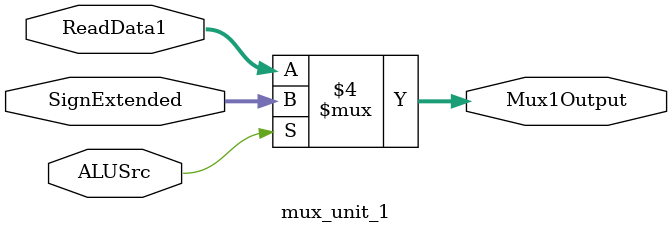
<source format=v>
`timescale 1ns / 1ps


module mux_unit_1(
    // Inputs are 7 bit values
    input [7:0] ReadData1,
    input [7:0] SignExtended,
    
    // Input control signal
    input ALUSrc,
    
    // Output of MUX, 7 bit field
    output reg [7:0] Mux1Output
    );
    
    // If ALUSrc control signal is set, then Mux output will be SignExtended.
    // Else, Mux output will be ReadData1.
    always @(*) 
    begin
        if (ALUSrc == 1'b1)
            begin
            Mux1Output <= SignExtended;
            end
        else
            Mux1Output <= ReadData1;
    end
endmodule
</source>
